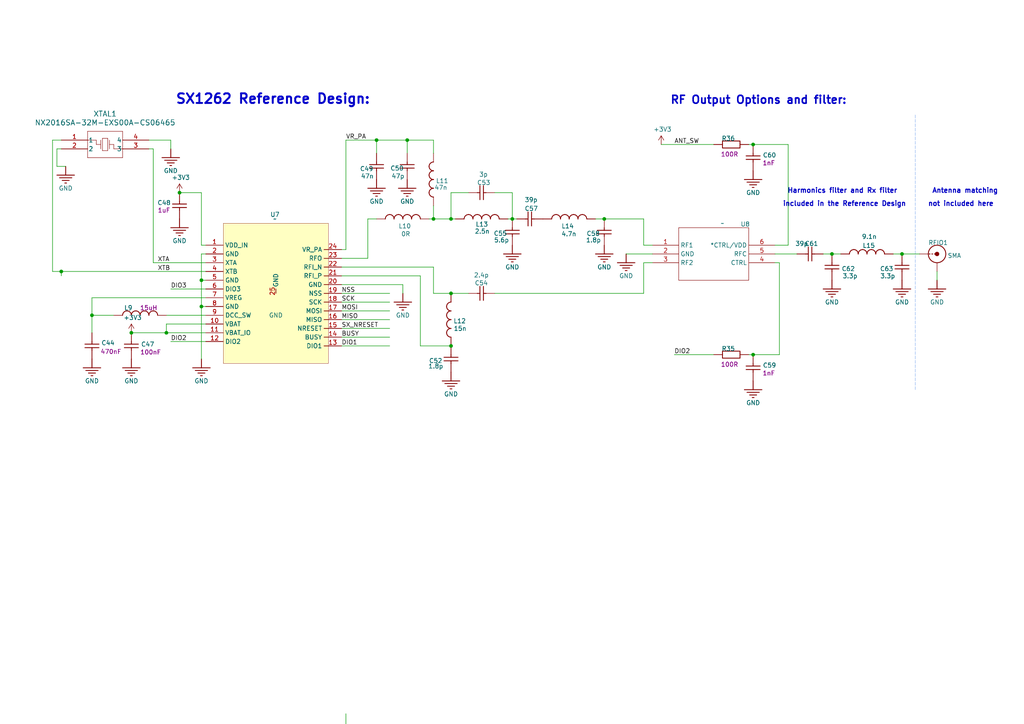
<source format=kicad_sch>
(kicad_sch (version 20231120) (generator "eeschema") (generator_version "8.0")
  (paper "A4")
  (lib_symbols
    (symbol "My_Library:NX2016SA-32M-EXS00A-CS06465" (pin_names (offset 0.254))
      (property "Reference" "XTAL" (at 12.7 7.62 0))
      (property "Value" "NX2016SA-32M-EXS00A-CS06465" (at 12.7 5.08 0))
      (symbol "NX2016SA-32M-EXS00A-CS06465_0_1"
        (polyline (pts (xy 7.62 -5.08) (xy 17.78 -5.08)) (stroke (width 0.127)))
        (polyline (pts (xy 7.62 2.54) (xy 7.62 -5.08)) (stroke (width 0.127)))
        (polyline (pts (xy 10.16 -1.27) (xy 10.16 0)) (stroke (width 0.127)))
        (polyline (pts (xy 10.16 0) (xy 7.62 0)) (stroke (width 0.127)))
        (polyline (pts (xy 11.43 -1.27) (xy 10.16 -1.27)) (stroke (width 0.127)))
        (polyline (pts (xy 11.43 0) (xy 11.43 -2.54)) (stroke (width 0.127)))
        (polyline (pts (xy 11.938 -3.048) (xy 13.462 -3.048)) (stroke (width 0.127)))
        (polyline (pts (xy 11.938 0.508) (xy 11.938 -3.048)) (stroke (width 0.127)))
        (polyline (pts (xy 13.462 -3.048) (xy 13.462 0.508)) (stroke (width 0.127)))
        (polyline (pts (xy 13.462 0.508) (xy 11.938 0.508)) (stroke (width 0.127)))
        (polyline (pts (xy 13.97 -1.27) (xy 15.24 -1.27)) (stroke (width 0.127)))
        (polyline (pts (xy 13.97 0) (xy 13.97 -2.54)) (stroke (width 0.127)))
        (polyline (pts (xy 15.24 -2.54) (xy 17.78 -2.54)) (stroke (width 0.127)))
        (polyline (pts (xy 15.24 -1.27) (xy 15.24 -2.54)) (stroke (width 0.127)))
        (polyline (pts (xy 17.78 -5.08) (xy 17.78 2.54)) (stroke (width 0.127)))
        (polyline (pts (xy 17.78 2.54) (xy 7.62 2.54)) (stroke (width 0.127)))
        (pin unspecified line (at 0 0 0) (length 7.62) (name "1") (number "1"))
        (pin unspecified line (at 0 -2.54 0) (length 7.62) (name "2") (number "2"))
        (pin unspecified line (at 25.4 -2.54 180) (length 7.62) (name "3") (number "3"))
        (pin unspecified line (at 25.4 0 180) (length 7.62) (name "4") (number "4"))
      )
    )
    (symbol "My_Library:PE4259_RF_SW"
      (property "Reference" "U8" (at 9.144 8.636 0))
      (property "Value" "~" (at 2.54 8.89 0))
      (symbol "PE4259_RF_SW_0_1"
        (polyline (pts (xy -10.16 -7.62) (xy 10.16 -7.62)) (stroke (width 0.127)))
        (polyline (pts (xy -10.16 7.62) (xy -10.16 -7.62)) (stroke (width 0.127)))
        (polyline (pts (xy 10.16 -7.62) (xy 10.16 7.62)) (stroke (width 0.127)))
        (polyline (pts (xy 10.16 7.62) (xy -10.16 7.62)) (stroke (width 0.127)))
        (pin bidirectional line (at -17.78 2.54 0) (length 7.62) (name "RF1") (number "1"))
        (pin power_out line (at -17.78 0 0) (length 7.62) (name "GND") (number "2"))
        (pin bidirectional line (at -17.78 -2.54 0) (length 7.62) (name "RF2") (number "3"))
        (pin unspecified line (at 17.78 -2.54 180) (length 7.62) (name "CTRL") (number "4"))
        (pin unspecified line (at 17.78 0 180) (length 7.62) (name "RFC") (number "5"))
        (pin power_in line (at 17.78 2.54 180) (length 7.62) (name "*CTRL/VDD") (number "6"))
      )
    )
    (symbol "My_Library:SX1262"
      (property "Reference" "U7" (at -0.254 22.86 0))
      (property "Value" "~" (at -0.254 21.59 0))
      (symbol "SX1262_1_0"
        (rectangle (start 15.24 20.32) (end -15.24 -20.32) (stroke (width 0.0254) (color 128 0 0 1)) (fill (type background)))
        (pin power_in line (at -20.32 13.97 0) (length 5.08) (name "VDD_IN") (number "1"))
        (pin power_in line (at -20.32 -8.89 0) (length 5.08) (name "VBAT") (number "10"))
        (pin power_in line (at -20.32 -11.43 0) (length 5.08) (name "VBAT_IO") (number "11"))
        (pin passive line (at -20.32 -13.97 0) (length 5.08) (name "DIO2") (number "12"))
        (pin passive line (at 19.05 -15.24 180) (length 5.08) (name "DIO1") (number "13"))
        (pin passive line (at 19.05 -12.7 180) (length 5.08) (name "BUSY") (number "14"))
        (pin passive line (at 19.05 -10.16 180) (length 5.08) (name "NRESET") (number "15"))
        (pin passive line (at 19.05 -7.62 180) (length 5.08) (name "MISO") (number "16"))
        (pin passive line (at 19.05 -5.08 180) (length 5.08) (name "MOSI") (number "17"))
        (pin passive line (at 19.05 -2.54 180) (length 5.08) (name "SCK") (number "18"))
        (pin passive line (at 19.05 0 180) (length 5.08) (name "NSS") (number "19"))
        (pin passive line (at -20.32 11.43 0) (length 5.08) (name "GND") (number "2"))
        (pin passive line (at 19.05 2.54 180) (length 5.08) (name "GND") (number "20"))
        (pin passive line (at 19.05 5.08 180) (length 5.08) (name "RFI_P") (number "21"))
        (pin passive line (at 19.05 7.62 180) (length 5.08) (name "RFI_N") (number "22"))
        (pin passive line (at 19.05 10.16 180) (length 5.08) (name "RFO") (number "23"))
        (pin power_in line (at 19.05 12.7 180) (length 5.08) (name "VR_PA") (number "24"))
        (pin passive line (at 0 0 90) (length 1.27) (name "GND") (number "25"))
        (pin passive line (at -20.32 8.89 0) (length 5.08) (name "XTA") (number "3"))
        (pin passive line (at -20.32 6.35 0) (length 5.08) (name "XTB") (number "4"))
        (pin passive line (at -20.32 3.81 0) (length 5.08) (name "GND") (number "5"))
        (pin passive line (at -20.32 1.27 0) (length 5.08) (name "DIO3") (number "6"))
        (pin power_in line (at -20.32 -1.27 0) (length 5.08) (name "VREG") (number "7"))
        (pin passive line (at -20.32 -3.81 0) (length 5.08) (name "GND") (number "8"))
        (pin power_in line (at -20.32 -6.35 0) (length 5.08) (name "DCC_SW") (number "9"))
      )
    )
    (symbol "power:+3V3" (power) (pin_names (offset 0))
      (property "Value" "+3V3" (at 0 3.556 0))
      (symbol "+3V3_0_1"
        (polyline (pts (xy -0.762 1.27) (xy 0 2.54)))
        (polyline (pts (xy 0 0) (xy 0 2.54)))
        (polyline (pts (xy 0 2.54) (xy 0.762 1.27)))
      )
      (symbol "+3V3_1_1"
        (pin power_in line (at 0 0 90) (length 0) hide (name "+3V3") (number "1"))
      )
    )
    (symbol "power:GND" (power) (pin_numbers hide) (pin_names (offset 0) hide)
      (property "Value" "GND" (at 0 -3.81 0))
      (symbol "GND_0_1"
        (polyline (pts (xy 0 0) (xy 0 -1.27) (xy 1.27 -1.27) (xy 0 -2.54) (xy -1.27 -1.27) (xy 0 -1.27)))
      )
      (symbol "GND_1_1"
        (pin power_in line (at 0 0 270) (length 0) (name "~") (number "1"))
      )
    )
    (symbol "reference-altium-import:GND_POWER_GROUND" (power)
      (property "Reference" "#PWR" (at 0 0 0))
      (property "Value" "GND" (at 0 6.35 0))
      (symbol "GND_POWER_GROUND_0_0"
        (polyline (pts (xy -2.54 -2.54) (xy 2.54 -2.54)) (stroke (width 0.254)))
        (polyline (pts (xy -1.778 -3.302) (xy 1.778 -3.302)) (stroke (width 0.254)))
        (polyline (pts (xy -1.016 -4.064) (xy 1.016 -4.064)) (stroke (width 0.254)))
        (polyline (pts (xy -0.254 -4.826) (xy 0.254 -4.826)) (stroke (width 0.254)))
        (polyline (pts (xy 0 0) (xy 0 -2.54)) (stroke (width 0.254)))
        (pin power_in line (at 0 0 0) (length 0) hide (name "GND") (number ""))
      )
    )
    (symbol "reference-altium-import:root_0_Inductor"
      (symbol "root_0_Inductor_1_0"
        (arc (start 3.81 1.27) (mid 2.912 0.898) (end 2.54 0) (stroke (width 0.254)))
        (arc (start 5.08 0) (mid 4.708 0.898) (end 3.81 1.27) (stroke (width 0.254)))
        (arc (start 6.35 1.27) (mid 5.452 0.898) (end 5.08 0) (stroke (width 0.254)))
        (arc (start 7.62 0) (mid 7.248 0.898) (end 6.35 1.27) (stroke (width 0.254)))
        (arc (start 8.89 1.27) (mid 7.992 0.898) (end 7.62 0) (stroke (width 0.254)))
        (arc (start 10.16 0) (mid 9.788 0.898) (end 8.89 1.27) (stroke (width 0.254)))
        (arc (start 11.43 1.27) (mid 10.532 0.898) (end 10.16 0) (stroke (width 0.254)))
        (arc (start 12.7 0) (mid 12.328 0.898) (end 11.43 1.27) (stroke (width 0.254)))
        (pin passive line (at 0 0 0) (length 2.54) (name "1") (number "1"))
        (pin passive line (at 15.24 0 180) (length 2.54) (name "2") (number "2"))
      )
    )
    (symbol "reference-altium-import:root_0_mirrored_Resistor"
      (symbol "root_0_mirrored_Resistor_1_0"
        (rectangle (start -2.54 1.016) (end -7.62 -1.016) (stroke (width 0.254)))
        (pin passive line (at 0 0 180) (length 2.54) (name "1") (number "1"))
        (pin passive line (at -10.16 0 0) (length 2.54) (name "2") (number "2"))
      )
    )
    (symbol "reference-altium-import:root_0_mirrored_SMA"
      (symbol "root_0_mirrored_SMA_1_0"
        (circle (center -2.54 -2.54) (radius 0.508) (stroke (width 0.254)) (fill (type outline)))
        (circle (center -2.54 -2.54) (radius 2.54) (stroke (width 0.254)))
        (polyline (pts (xy -4.826 -2.54) (xy -4.572 -2.54)) (stroke (width 0.254)))
        (polyline (pts (xy -3.81 -2.54) (xy -4.064 -2.54)) (stroke (width 0.254)))
        (polyline (pts (xy -3.048 -2.54) (xy -3.302 -2.54)) (stroke (width 0.254)))
        (pin passive line (at -7.62 -2.54 0) (length 2.54) (name "Signal") (number "1"))
        (pin passive line (at -2.54 -7.62 90) (length 2.54) (name "GND") (number "2"))
      )
    )
    (symbol "reference-altium-import:root_1_Cap"
      (symbol "root_1_Cap_1_0"
        (polyline (pts (xy -2.032 4.318) (xy 2.032 4.318)) (stroke (width 0.254)))
        (polyline (pts (xy 0 2.54) (xy 0 3.302)) (stroke (width 0.254)))
        (polyline (pts (xy 0 5.08) (xy 0 4.318)) (stroke (width 0.254)))
        (polyline (pts (xy 2.032 3.302) (xy -2.032 3.302)) (stroke (width 0.254)))
        (pin passive line (at 0 0 90) (length 2.54) (name "1") (number "1"))
        (pin passive line (at 0 7.62 270) (length 2.54) (name "2") (number "2"))
      )
    )
    (symbol "reference-altium-import:root_1_Inductor"
      (symbol "root_1_Inductor_1_0"
        (arc (start -1.27 3.81) (mid -0.898 2.912) (end 0 2.54) (stroke (width 0.254)))
        (arc (start -1.27 6.35) (mid -0.898 5.452) (end 0 5.08) (stroke (width 0.254)))
        (arc (start -1.27 8.89) (mid -0.898 7.992) (end 0 7.62) (stroke (width 0.254)))
        (arc (start -1.27 11.43) (mid -0.898 10.532) (end 0 10.16) (stroke (width 0.254)))
        (arc (start 0 5.08) (mid -0.898 4.708) (end -1.27 3.81) (stroke (width 0.254)))
        (arc (start 0 7.62) (mid -0.898 7.248) (end -1.27 6.35) (stroke (width 0.254)))
        (arc (start 0 10.16) (mid -0.898 9.788) (end -1.27 8.89) (stroke (width 0.254)))
        (arc (start 0 12.7) (mid -0.898 12.328) (end -1.27 11.43) (stroke (width 0.254)))
        (pin passive line (at 0 0 90) (length 2.54) (name "1") (number "1"))
        (pin passive line (at 0 15.24 270) (length 2.54) (name "2") (number "2"))
      )
    )
    (symbol "reference-altium-import:root_2_Cap"
      (symbol "root_2_Cap_1_0"
        (polyline (pts (xy -5.08 0) (xy -4.318 0)) (stroke (width 0.254)))
        (polyline (pts (xy -4.318 -2.032) (xy -4.318 2.032)) (stroke (width 0.254)))
        (polyline (pts (xy -3.302 2.032) (xy -3.302 -2.032)) (stroke (width 0.254)))
        (polyline (pts (xy -2.54 0) (xy -3.302 0)) (stroke (width 0.254)))
        (pin passive line (at 0 0 180) (length 2.54) (name "1") (number "1"))
        (pin passive line (at -7.62 0 0) (length 2.54) (name "2") (number "2"))
      )
    )
    (symbol "reference-altium-import:root_3_Cap"
      (symbol "root_3_Cap_1_0"
        (polyline (pts (xy -2.032 -3.302) (xy 2.032 -3.302)) (stroke (width 0.254)))
        (polyline (pts (xy 0 -5.08) (xy 0 -4.318)) (stroke (width 0.254)))
        (polyline (pts (xy 0 -2.54) (xy 0 -3.302)) (stroke (width 0.254)))
        (polyline (pts (xy 2.032 -4.318) (xy -2.032 -4.318)) (stroke (width 0.254)))
        (pin passive line (at 0 0 270) (length 2.54) (name "1") (number "1"))
        (pin passive line (at 0 -7.62 90) (length 2.54) (name "2") (number "2"))
      )
    )
  )
  (junction (at 48.26 96.52))
  (junction (at 175.26 63.5))
  (junction (at 109.22 40.64))
  (junction (at 241.3 73.66))
  (junction (at 148.59 63.5))
  (junction (at 58.42 81.28))
  (junction (at 17.78 78.74))
  (junction (at 261.62 73.66))
  (junction (at 130.81 85.09))
  (junction (at 58.42 88.9))
  (junction (at 118.11 40.64))
  (junction (at 125.73 63.5))
  (junction (at 52.07 55.88))
  (junction (at 130.81 100.33))
  (junction (at 26.67 91.44))
  (junction (at 218.44 41.91))
  (junction (at 38.1 96.52))
  (junction (at 130.81 63.5))
  (junction (at 218.44 102.87))
  (wire (pts (xy 266.7 73.66) (xy 261.62 73.66)))
  (wire (pts (xy 26.67 91.44) (xy 33.02 91.44)))
  (wire (pts (xy 100.33 72.39) (xy 100.33 40.64)))
  (wire (pts (xy 186.69 71.12) (xy 189.23 71.12)))
  (wire (pts (xy 59.69 93.98) (xy 48.26 93.98)))
  (wire (pts (xy 99.06 90.17) (xy 113.03 90.17)))
  (wire (pts (xy 261.62 73.66) (xy 259.08 73.66)))
  (wire (pts (xy 143.51 55.88) (xy 148.59 55.88)))
  (wire (pts (xy 106.68 74.93) (xy 106.68 63.5)))
  (wire (pts (xy 189.23 76.2) (xy 186.69 76.2)))
  (wire (pts (xy 148.59 55.88) (xy 148.59 63.5)))
  (wire (pts (xy 59.69 71.12) (xy 58.42 71.12)))
  (wire (pts (xy 125.73 77.47) (xy 125.73 85.09)))
  (wire (pts (xy 16.51 48.26) (xy 16.51 43.18)))
  (wire (pts (xy 26.67 96.52) (xy 26.67 91.44)))
  (wire (pts (xy 147.32 63.5) (xy 148.59 63.5)))
  (polyline (pts (xy 265.43 113.03) (xy 265.43 33.02)) (stroke (width 0.0254) (type dash) (color 74 134 232 1)))
  (wire (pts (xy 59.69 86.36) (xy 26.67 86.36)))
  (wire (pts (xy 15.24 40.64) (xy 15.24 78.74)))
  (wire (pts (xy 228.6 41.91) (xy 228.6 71.12)))
  (wire (pts (xy 58.42 88.9) (xy 58.42 81.28)))
  (wire (pts (xy 130.81 85.09) (xy 135.89 85.09)))
  (wire (pts (xy 48.26 96.52) (xy 38.1 96.52)))
  (wire (pts (xy 48.26 93.98) (xy 48.26 96.52)))
  (wire (pts (xy 59.69 88.9) (xy 58.42 88.9)))
  (wire (pts (xy 99.06 97.79) (xy 113.03 97.79)))
  (wire (pts (xy 218.44 41.91) (xy 217.17 41.91)))
  (wire (pts (xy 99.06 72.39) (xy 100.33 72.39)))
  (wire (pts (xy 224.79 73.66) (xy 231.14 73.66)))
  (wire (pts (xy 121.92 80.01) (xy 99.06 80.01)))
  (wire (pts (xy 44.45 43.18) (xy 44.45 76.2)))
  (wire (pts (xy 226.06 102.87) (xy 218.44 102.87)))
  (wire (pts (xy 58.42 73.66) (xy 59.69 73.66)))
  (wire (pts (xy 106.68 63.5) (xy 109.22 63.5)))
  (wire (pts (xy 99.06 100.33) (xy 113.03 100.33)))
  (wire (pts (xy 99.06 87.63) (xy 113.03 87.63)))
  (wire (pts (xy 118.11 40.64) (xy 125.73 40.64)))
  (wire (pts (xy 59.69 99.06) (xy 49.53 99.06)))
  (wire (pts (xy 48.26 96.52) (xy 59.69 96.52)))
  (wire (pts (xy 226.06 76.2) (xy 226.06 102.87)))
  (wire (pts (xy 43.18 43.18) (xy 44.45 43.18)))
  (wire (pts (xy 186.69 76.2) (xy 186.69 85.09)))
  (wire (pts (xy 121.92 100.33) (xy 121.92 80.01)))
  (wire (pts (xy 116.84 82.55) (xy 116.84 85.09)))
  (wire (pts (xy 130.81 100.33) (xy 121.92 100.33)))
  (wire (pts (xy 16.51 43.18) (xy 17.78 43.18)))
  (wire (pts (xy 181.61 73.66) (xy 189.23 73.66)))
  (wire (pts (xy 143.51 85.09) (xy 186.69 85.09)))
  (wire (pts (xy 195.58 102.87) (xy 207.01 102.87)))
  (wire (pts (xy 130.81 63.5) (xy 130.81 55.88)))
  (wire (pts (xy 15.24 40.64) (xy 17.78 40.64)))
  (wire (pts (xy 118.11 44.45) (xy 118.11 40.64)))
  (wire (pts (xy 49.53 40.64) (xy 49.53 43.18)))
  (wire (pts (xy 58.42 55.88) (xy 52.07 55.88)))
  (wire (pts (xy 125.73 40.64) (xy 125.73 44.45)))
  (wire (pts (xy 175.26 63.5) (xy 172.72 63.5)))
  (wire (pts (xy 44.45 76.2) (xy 59.69 76.2)))
  (wire (pts (xy 49.53 40.64) (xy 43.18 40.64)))
  (wire (pts (xy 125.73 59.69) (xy 125.73 63.5)))
  (wire (pts (xy 58.42 81.28) (xy 59.69 81.28)))
  (wire (pts (xy 130.81 63.5) (xy 132.08 63.5)))
  (wire (pts (xy 226.06 76.2) (xy 224.79 76.2)))
  (wire (pts (xy 241.3 73.66) (xy 243.84 73.66)))
  (wire (pts (xy 58.42 71.12) (xy 58.42 55.88)))
  (wire (pts (xy 59.69 83.82) (xy 49.53 83.82)))
  (wire (pts (xy 228.6 41.91) (xy 218.44 41.91)))
  (wire (pts (xy 99.06 82.55) (xy 116.84 82.55)))
  (wire (pts (xy 125.73 63.5) (xy 124.46 63.5)))
  (wire (pts (xy 186.69 63.5) (xy 175.26 63.5)))
  (wire (pts (xy 191.77 41.91) (xy 207.01 41.91)))
  (wire (pts (xy 100.33 40.64) (xy 109.22 40.64)))
  (wire (pts (xy 19.05 48.26) (xy 16.51 48.26)))
  (wire (pts (xy 59.69 91.44) (xy 48.26 91.44)))
  (wire (pts (xy 17.78 80.01) (xy 17.78 78.74)))
  (wire (pts (xy 17.78 78.74) (xy 59.69 78.74)))
  (wire (pts (xy 100.33 207.01) (xy 100.33 212.09)))
  (wire (pts (xy 99.06 92.71) (xy 113.03 92.71)))
  (wire (pts (xy 238.76 73.66) (xy 241.3 73.66)))
  (wire (pts (xy 99.06 95.25) (xy 113.03 95.25)))
  (wire (pts (xy 99.06 77.47) (xy 125.73 77.47)))
  (wire (pts (xy 130.81 55.88) (xy 135.89 55.88)))
  (wire (pts (xy 99.06 85.09) (xy 113.03 85.09)))
  (wire (pts (xy 125.73 85.09) (xy 130.81 85.09)))
  (wire (pts (xy 186.69 63.5) (xy 186.69 71.12)))
  (wire (pts (xy 109.22 44.45) (xy 109.22 40.64)))
  (wire (pts (xy 26.67 86.36) (xy 26.67 91.44)))
  (wire (pts (xy 58.42 88.9) (xy 58.42 104.14)))
  (wire (pts (xy 218.44 102.87) (xy 217.17 102.87)))
  (wire (pts (xy 148.59 63.5) (xy 149.86 63.5)))
  (wire (pts (xy 15.24 78.74) (xy 17.78 78.74)))
  (wire (pts (xy 99.06 74.93) (xy 106.68 74.93)))
  (wire (pts (xy 125.73 63.5) (xy 130.81 63.5)))
  (wire (pts (xy 224.79 71.12) (xy 228.6 71.12)))
  (wire (pts (xy 271.78 81.28) (xy 271.78 78.74)))
  (wire (pts (xy 58.42 81.28) (xy 58.42 73.66)))
  (wire (pts (xy 109.22 40.64) (xy 118.11 40.64)))
  (text "RF Output Options and filter:" (at 194.31 30.48 0) (effects (font (size 2.286 2.286) (thickness 0.4572) (bold yes)) (justify left bottom)))
  (text "not included here" (at 288.29 58.42 0) (effects (font (size 1.397 1.397) (thickness 0.2794) (bold yes)) (justify right top)))
  (text "Antenna matching" (at 289.56 54.61 0) (effects (font (size 1.397 1.397) (thickness 0.2794) (bold yes)) (justify right top)))
  (text "Harmonics filter and Rx filter" (at 260.35 54.61 0) (effects (font (size 1.397 1.397) (thickness 0.2794) (bold yes)) (justify right top)))
  (text "included in the Reference Design" (at 262.89 58.42 0) (effects (font (size 1.397 1.397) (thickness 0.2794) (bold yes)) (justify right top)))
  (text "SX1262 Reference Design:" (at 50.8 30.48 0) (effects (font (size 2.794 2.794) (thickness 0.5588) (bold yes)) (justify left bottom)))
  (label "NSS" (at 99.06 85.09 0))
  (label "DIO2" (at 195.58 102.87 0))
  (label "VR_PA" (at 100.33 40.64 0))
  (label "DIO2" (at 49.53 99.06 0))
  (label "ANT_SW" (at 195.58 41.91 0))
  (label "MOSI" (at 99.06 90.17 0))
  (label "DIO1" (at 99.06 100.33 0))
  (label "SX_NRESET" (at 99.06 95.25 0))
  (label "XTA" (at 45.72 76.2 0))
  (label "SCK" (at 99.06 87.63 0))
  (label "MISO" (at 99.06 92.71 0))
  (label "DIO3" (at 49.53 83.82 0))
  (label "XTB" (at 45.72 78.74 0))
  (label "BUSY" (at 99.06 97.79 0))
  (symbol (lib_id "power:+3V3") (at 38.1 96.52 0) (unit 1)
    (property "Reference" "#PWR078" (effects (hide yes)))
    (property "Value" "+3V3" (at 38.481 92.1258 0))
  )
  (symbol (lib_id "reference-altium-import:GND_POWER_GROUND") (at 49.53 43.18 0) (unit 1)
    (property "Reference" "#PWR080" (effects (hide yes)))
    (property "Value" "GND" (at 49.53 49.53 0))
  )
  (symbol (lib_id "reference-altium-import:GND_POWER_GROUND") (at 19.05 48.26 0) (unit 1)
    (property "Reference" "#PWR068" (effects (hide yes)))
    (property "Value" "GND" (at 19.05 54.61 0))
  )
  (symbol (lib_id "reference-altium-import:root_0_mirrored_Resistor") (at 217.17 41.91 0) (unit 1)
    (property "Reference" "R36" (at 209.296 40.894 0) (effects (justify left bottom)))
    (property "Value" "Resistor" (effects (hide yes)))
    (property "Footprint" "rlc_402_smd" (effects (hide yes)))
    (property "Description" "Resistor SMD - IEC symbol version" (effects (hide yes)))
    (property "LATESTREVISIONDATE" "27-Jul-20  -  Semtech" (effects (hide yes)))
    (property "ALTIUM_VALUE" "100R" (at 209.042 45.466 0) (effects (justify left bottom)))
  )
  (symbol (lib_id "reference-altium-import:GND_POWER_GROUND") (at 241.3 81.28 0) (unit 1)
    (property "Reference" "#PWR098" (effects (hide yes)))
    (property "Value" "GND" (at 241.3 87.63 0))
  )
  (symbol (lib_id "reference-altium-import:root_1_Cap") (at 52.07 63.5 0) (unit 1)
    (property "Reference" "C48" (at 45.644 59.536 0) (effects (justify left bottom)))
    (property "Value" "1u" (effects (hide yes)))
    (property "Footprint" "rlc_402_smd" (effects (hide yes)))
    (property "Description" "Capacitor SMD" (effects (hide yes)))
    (property "PUBLISHED" "8-Jun-2000" (effects (hide yes)))
    (property "LATESTREVISIONDATE" "05-oct-2007  -  Semtech" (effects (hide yes)))
    (property "LATESTREVISIONNOTE" "Re-released for DXP Platform." (effects (hide yes)))
    (property "PUBLISHER" "Altium Limited" (effects (hide yes)))
    (property "ALTIUM_VALUE" "1uF" (at 45.72 61.722 0) (effects (justify left bottom)))
  )
  (symbol (lib_id "reference-altium-import:root_1_Cap") (at 148.59 71.12 0) (unit 1)
    (property "Reference" "C55" (at 143.18 68.426 0) (effects (justify left bottom)))
    (property "Value" "5.6p" (at 143.256 70.358 0) (effects (justify left bottom)))
    (property "Footprint" "rlc_402_smd" (effects (hide yes)))
    (property "Description" "Capacitor SMD" (effects (hide yes)))
    (property "PUBLISHED" "8-Jun-2000" (effects (hide yes)))
    (property "LATESTREVISIONDATE" "05-oct-2007  -  Semtech" (effects (hide yes)))
    (property "LATESTREVISIONNOTE" "Re-released for DXP Platform." (effects (hide yes)))
    (property "PUBLISHER" "Altium Limited" (effects (hide yes)))
    (property "ALTIUM_VALUE" "NC" (effects (hide yes)))
  )
  (symbol (lib_id "reference-altium-import:root_1_Cap") (at 175.26 71.12 0) (unit 1)
    (property "Reference" "C58" (at 170.104 68.46 0) (effects (justify left bottom)))
    (property "Value" "1.8p" (at 169.926 70.358 0) (effects (justify left bottom)))
    (property "Footprint" "rlc_402_smd" (effects (hide yes)))
    (property "Description" "Capacitor SMD" (effects (hide yes)))
    (property "PUBLISHED" "8-Jun-2000" (effects (hide yes)))
    (property "LATESTREVISIONDATE" "05-oct-2007  -  Semtech" (effects (hide yes)))
    (property "LATESTREVISIONNOTE" "Re-released for DXP Platform." (effects (hide yes)))
    (property "PUBLISHER" "Altium Limited" (effects (hide yes)))
    (property "ALTIUM_VALUE" "NC" (effects (hide yes)))
  )
  (symbol (lib_id "My_Library:NX2016SA-32M-EXS00A-CS06465") (at 17.78 40.64 0) (unit 1)
    (property "Reference" "XTAL1" (at 30.48 33.02 0) (effects (font (size 1.524 1.524))))
    (property "Value" "NX2016SA-32M-EXS00A-CS06465" (at 30.48 35.56 0) (effects (font (size 1.524 1.524))))
    (property "Footprint" "NX2016SA_NDK" (effects (hide yes)))
    (property "Datasheet" "NX2016SA-32M-EXS00A-CS06465" (effects (hide yes)))
  )
  (symbol (lib_id "reference-altium-import:GND_POWER_GROUND") (at 58.42 104.14 0) (unit 1)
    (property "Reference" "#PWR085" (effects (hide yes)))
    (property "Value" "GND" (at 58.42 110.49 0))
  )
  (symbol (lib_id "reference-altium-import:root_1_Cap") (at 38.1 104.14 0) (unit 1)
    (property "Reference" "C47" (at 40.894 100.584 0) (effects (justify left bottom)))
    (property "Value" "100n" (effects (hide yes)))
    (property "Footprint" "rlc_402_smd" (effects (hide yes)))
    (property "Description" "Capacitor SMD" (effects (hide yes)))
    (property "PUBLISHED" "8-Jun-2000" (effects (hide yes)))
    (property "LATESTREVISIONDATE" "05-oct-2007  -  Semtech" (effects (hide yes)))
    (property "LATESTREVISIONNOTE" "Re-released for DXP Platform." (effects (hide yes)))
    (property "PUBLISHER" "Altium Limited" (effects (hide yes)))
    (property "ALTIUM_VALUE" "100nF" (at 40.64 102.87 0) (effects (justify left bottom)))
  )
  (symbol (lib_id "My_Library:SX1262") (at 80.01 85.09 0) (unit 1)
    (property "Reference" "U7" (at 79.756 62.23 0))
    (property "Value" "~" (at 79.756 63.5 0))
  )
  (symbol (lib_id "reference-altium-import:GND_POWER_GROUND") (at 26.67 104.14 0) (unit 1)
    (property "Reference" "#PWR079" (effects (hide yes)))
    (property "Value" "GND" (at 26.67 110.49 0))
  )
  (symbol (lib_id "reference-altium-import:root_0_Inductor") (at 157.48 63.5 0) (unit 1)
    (property "Reference" "L14" (at 162.814 66.294 0) (effects (justify left bottom)))
    (property "Value" "4.7n" (at 162.814 68.58 0) (effects (justify left bottom)))
    (property "Footprint" "rlc_402_smd" (effects (hide yes)))
    (property "Description" "Inductor SMD" (effects (hide yes)))
    (property "PUBLISHED" "8-Jun-2000" (effects (hide yes)))
    (property "LATESTREVISIONDATE" "05-oct-2007  -  Semtech" (effects (hide yes)))
    (property "LATESTREVISIONNOTE" "Re-released for DXP Platform." (effects (hide yes)))
    (property "PUBLISHER" "Altium Limited" (effects (hide yes)))
    (property "CODE_JEITA" "0402" (effects (hide yes)))
    (property "CODE_IEC" "1005" (effects (hide yes)))
    (property "ALTIUM_VALUE" "0R" (effects (hide yes)))
  )
  (symbol (lib_id "reference-altium-import:root_1_Cap") (at 261.62 81.28 0) (unit 1)
    (property "Reference" "C63" (at 255.224 78.684 0) (effects (justify left bottom)))
    (property "Value" "3.3p" (at 255.27 80.772 0) (effects (justify left bottom)))
    (property "Footprint" "rlc_402_smd" (effects (hide yes)))
    (property "Description" "Capacitor SMD" (effects (hide yes)))
    (property "PUBLISHED" "8-Jun-2000" (effects (hide yes)))
    (property "LATESTREVISIONDATE" "05-oct-2007  -  Semtech" (effects (hide yes)))
    (property "LATESTREVISIONNOTE" "Re-released for DXP Platform." (effects (hide yes)))
    (property "PUBLISHER" "Altium Limited" (effects (hide yes)))
    (property "ALTIUM_VALUE" "NC" (effects (hide yes)))
  )
  (symbol (lib_id "reference-altium-import:root_2_Cap") (at 238.76 73.66 0) (unit 1)
    (property "Reference" "C61" (at 233.426 71.374 0) (effects (justify left bottom)))
    (property "Value" "39p" (at 230.632 71.374 0) (effects (justify left bottom)))
    (property "Footprint" "rlc_402_smd" (effects (hide yes)))
    (property "Description" "Capacitor SMD" (effects (hide yes)))
    (property "PUBLISHED" "8-Jun-2000" (effects (hide yes)))
    (property "LATESTREVISIONDATE" "05-oct-2007  -  Semtech" (effects (hide yes)))
    (property "LATESTREVISIONNOTE" "Re-released for DXP Platform." (effects (hide yes)))
    (property "PUBLISHER" "Altium Limited" (effects (hide yes)))
    (property "ALTIUM_VALUE" "NC" (effects (hide yes)))
  )
  (symbol (lib_id "reference-altium-import:root_0_mirrored_SMA") (at 274.32 71.12 0) (unit 1)
    (property "Reference" "RFIO1" (at 269.24 71.12 0) (effects (justify left bottom)))
    (property "Value" "SMA" (at 274.828 74.874 0) (effects (justify left bottom)))
    (property "Footprint" "SMA_end_launch_1.0mm_9.52mm" (effects (hide yes)))
    (property "Description" "SMA Straight Connector" (effects (hide yes)))
    (property "LATESTREVISIONDATE" "05-oct-2007  -  Semtech" (effects (hide yes)))
    (property "LATESTREVISIONNOTE" "Re-released for DXP Platform." (effects (hide yes)))
    (property "PUBLISHER" "Altium Limited" (effects (hide yes)))
  )
  (symbol (lib_id "reference-altium-import:root_1_Cap") (at 26.67 104.14 0) (unit 1)
    (property "Reference" "C44" (at 29.388 100.176 0) (effects (justify left bottom)))
    (property "Value" "470n" (effects (hide yes)))
    (property "Footprint" "rlc_402_smd" (effects (hide yes)))
    (property "Description" "Capacitor SMD" (effects (hide yes)))
    (property "PUBLISHED" "8-Jun-2000" (effects (hide yes)))
    (property "LATESTREVISIONDATE" "05-oct-2007  -  Semtech" (effects (hide yes)))
    (property "LATESTREVISIONNOTE" "Re-released for DXP Platform." (effects (hide yes)))
    (property "PUBLISHER" "Altium Limited" (effects (hide yes)))
    (property "ALTIUM_VALUE" "470nF" (at 29.134 102.716 0) (effects (justify left bottom)))
  )
  (symbol (lib_id "reference-altium-import:root_1_Inductor") (at 130.81 100.33 0) (unit 1)
    (property "Reference" "L12" (at 131.496 93.826 0) (effects (justify left bottom)))
    (property "Value" "15n" (at 131.572 96.012 0) (effects (justify left bottom)))
    (property "Footprint" "rlc_402_smd" (effects (hide yes)))
    (property "Description" "Inductor SMD" (effects (hide yes)))
    (property "PUBLISHED" "8-Jun-2000" (effects (hide yes)))
    (property "LATESTREVISIONDATE" "05-oct-2007  -  Semtech" (effects (hide yes)))
    (property "LATESTREVISIONNOTE" "Re-released for DXP Platform." (effects (hide yes)))
    (property "PUBLISHER" "Altium Limited" (effects (hide yes)))
    (property "CODE_JEITA" "0402" (effects (hide yes)))
    (property "CODE_IEC" "1005" (effects (hide yes)))
    (property "ALTIUM_VALUE" "0R" (effects (hide yes)))
  )
  (symbol (lib_id "reference-altium-import:GND_POWER_GROUND") (at 218.44 110.49 0) (unit 1)
    (property "Reference" "#PWR096" (effects (hide yes)))
    (property "Value" "GND" (at 218.44 116.84 0))
  )
  (symbol (lib_id "reference-altium-import:root_2_Cap") (at 143.51 55.88 0) (unit 1)
    (property "Reference" "C53" (at 138.354 53.694 0) (effects (justify left bottom)))
    (property "Value" "3p" (at 138.938 51.308 0) (effects (justify left bottom)))
    (property "Footprint" "rlc_402_smd" (effects (hide yes)))
    (property "Description" "Capacitor SMD" (effects (hide yes)))
    (property "PUBLISHED" "8-Jun-2000" (effects (hide yes)))
    (property "LATESTREVISIONDATE" "05-oct-2007  -  Semtech" (effects (hide yes)))
    (property "LATESTREVISIONNOTE" "Re-released for DXP Platform." (effects (hide yes)))
    (property "PUBLISHER" "Altium Limited" (effects (hide yes)))
    (property "ALTIUM_VALUE" "NC" (effects (hide yes)))
  )
  (symbol (lib_id "power:+3V3") (at 52.07 55.88 0) (unit 1)
    (property "Reference" "#PWR067" (effects (hide yes)))
    (property "Value" "+3V3" (at 52.451 51.4858 0))
  )
  (symbol (lib_id "reference-altium-import:root_1_Cap") (at 109.22 52.07 0) (unit 1)
    (property "Reference" "C49" (at 104.394 49.676 0) (effects (justify left bottom)))
    (property "Value" "47n" (at 104.648 51.816 0) (effects (justify left bottom)))
    (property "Footprint" "rlc_402_smd" (effects (hide yes)))
    (property "Description" "Capacitor SMD" (effects (hide yes)))
    (property "PUBLISHED" "8-Jun-2000" (effects (hide yes)))
    (property "LATESTREVISIONDATE" "05-oct-2007  -  Semtech" (effects (hide yes)))
    (property "LATESTREVISIONNOTE" "Re-released for DXP Platform." (effects (hide yes)))
    (property "PUBLISHER" "Altium Limited" (effects (hide yes)))
    (property "ALTIUM_VALUE" "NC" (effects (hide yes)))
  )
  (symbol (lib_id "reference-altium-import:GND_POWER_GROUND") (at 148.59 71.12 0) (unit 1)
    (property "Reference" "#PWR092" (effects (hide yes)))
    (property "Value" "GND" (at 148.59 77.47 0))
  )
  (symbol (lib_id "reference-altium-import:root_3_Cap") (at 218.44 102.87 0) (unit 1)
    (property "Reference" "C59" (at 221.234 106.68 0) (effects (justify left bottom)))
    (property "Value" "1n" (effects (hide yes)))
    (property "Footprint" "rlc_402_smd" (effects (hide yes)))
    (property "Description" "Capacitor SMD" (effects (hide yes)))
    (property "PUBLISHED" "8-Jun-2000" (effects (hide yes)))
    (property "LATESTREVISIONDATE" "05-oct-2007  -  Semtech" (effects (hide yes)))
    (property "LATESTREVISIONNOTE" "Re-released for DXP Platform." (effects (hide yes)))
    (property "PUBLISHER" "Altium Limited" (effects (hide yes)))
    (property "ALTIUM_VALUE" "1nF" (at 221.14 108.952 0) (effects (justify left bottom)))
  )
  (symbol (lib_id "reference-altium-import:GND_POWER_GROUND") (at 175.26 71.12 0) (unit 1)
    (property "Reference" "#PWR094" (effects (hide yes)))
    (property "Value" "GND" (at 175.26 77.47 0))
  )
  (symbol (lib_id "reference-altium-import:root_0_mirrored_Resistor") (at 217.17 102.87 0) (unit 1)
    (property "Reference" "R35" (at 209.296 101.854 0) (effects (justify left bottom)))
    (property "Value" "100" (effects (hide yes)))
    (property "Footprint" "rlc_402_smd" (effects (hide yes)))
    (property "Description" "Resistor SMD - IEC symbol version" (effects (hide yes)))
    (property "LATESTREVISIONDATE" "27-Jul-20  -  Semtech" (effects (hide yes)))
    (property "ALTIUM_VALUE" "100R" (at 209.042 106.426 0) (effects (justify left bottom)))
  )
  (symbol (lib_id "reference-altium-import:root_1_Cap") (at 130.81 107.95 0) (unit 1)
    (property "Reference" "C52" (at 124.414 105.354 0) (effects (justify left bottom)))
    (property "Value" "1.8p" (at 124.206 106.934 0) (effects (justify left bottom)))
    (property "Footprint" "rlc_402_smd" (effects (hide yes)))
    (property "Description" "Capacitor SMD" (effects (hide yes)))
    (property "PUBLISHED" "8-Jun-2000" (effects (hide yes)))
    (property "LATESTREVISIONDATE" "05-oct-2007  -  Semtech" (effects (hide yes)))
    (property "LATESTREVISIONNOTE" "Re-released for DXP Platform." (effects (hide yes)))
    (property "PUBLISHER" "Altium Limited" (effects (hide yes)))
    (property "ALTIUM_VALUE" "NC" (effects (hide yes)))
  )
  (symbol (lib_id "power:GND") (at 100.33 212.09 0) (unit 1)
    (property "Reference" "#PWR066" (effects (hide yes)))
    (property "Value" "GND" (at 100.33 217.17 0))
    (property "Description" "Power symbol creates a global label with name \"GND\" , ground" (effects (hide yes)))
  )
  (symbol (lib_id "reference-altium-import:GND_POWER_GROUND") (at 118.11 52.07 0) (unit 1)
    (property "Reference" "#PWR089" (effects (hide yes)))
    (property "Value" "GND" (at 118.11 58.42 0))
  )
  (symbol (lib_id "reference-altium-import:root_2_Cap") (at 157.48 63.5 0) (unit 1)
    (property "Reference" "C57" (at 152.146 61.214 0) (effects (justify left bottom)))
    (property "Value" "39p" (at 152.146 58.674 0) (effects (justify left bottom)))
    (property "Footprint" "rlc_402_smd" (effects (hide yes)))
    (property "Description" "Capacitor SMD" (effects (hide yes)))
    (property "PUBLISHED" "8-Jun-2000" (effects (hide yes)))
    (property "LATESTREVISIONDATE" "05-oct-2007  -  Semtech" (effects (hide yes)))
    (property "LATESTREVISIONNOTE" "Re-released for DXP Platform." (effects (hide yes)))
    (property "PUBLISHER" "Altium Limited" (effects (hide yes)))
    (property "ALTIUM_VALUE" "NC" (effects (hide yes)))
  )
  (symbol (lib_id "reference-altium-import:root_1_Cap") (at 241.3 81.28 0) (unit 1)
    (property "Reference" "C62" (at 244.094 78.684 0) (effects (justify left bottom)))
    (property "Value" "3.3p" (at 244.348 80.772 0) (effects (justify left bottom)))
    (property "Footprint" "rlc_402_smd" (effects (hide yes)))
    (property "Description" "Capacitor SMD" (effects (hide yes)))
    (property "PUBLISHED" "8-Jun-2000" (effects (hide yes)))
    (property "LATESTREVISIONDATE" "05-oct-2007  -  Semtech" (effects (hide yes)))
    (property "LATESTREVISIONNOTE" "Re-released for DXP Platform." (effects (hide yes)))
    (property "PUBLISHER" "Altium Limited" (effects (hide yes)))
    (property "ALTIUM_VALUE" "NC" (effects (hide yes)))
  )
  (symbol (lib_id "reference-altium-import:GND_POWER_GROUND") (at 271.78 81.28 0) (unit 1)
    (property "Reference" "#PWR0100" (effects (hide yes)))
    (property "Value" "GND" (at 271.78 87.63 0))
  )
  (symbol (lib_id "reference-altium-import:root_0_Inductor") (at 243.84 73.66 0) (unit 1)
    (property "Reference" "L15" (at 250.16 71.95 0) (effects (justify left bottom)))
    (property "Value" "9.1n" (at 249.936 69.342 0) (effects (justify left bottom)))
    (property "Footprint" "rlc_402_smd" (effects (hide yes)))
    (property "Description" "Inductor SMD" (effects (hide yes)))
    (property "PUBLISHED" "8-Jun-2000" (effects (hide yes)))
    (property "LATESTREVISIONDATE" "05-oct-2007  -  Semtech" (effects (hide yes)))
    (property "LATESTREVISIONNOTE" "Re-released for DXP Platform." (effects (hide yes)))
    (property "PUBLISHER" "Altium Limited" (effects (hide yes)))
    (property "CODE_JEITA" "0402" (effects (hide yes)))
    (property "CODE_IEC" "1005" (effects (hide yes)))
    (property "ALTIUM_VALUE" "0R" (effects (hide yes)))
  )
  (symbol (lib_id "reference-altium-import:GND_POWER_GROUND") (at 218.44 49.53 0) (unit 1)
    (property "Reference" "#PWR097" (effects (hide yes)))
    (property "Value" "GND" (at 218.44 55.88 0))
  )
  (symbol (lib_id "reference-altium-import:GND_POWER_GROUND") (at 38.1 104.14 0) (unit 1)
    (property "Reference" "#PWR082" (effects (hide yes)))
    (property "Value" "GND" (at 38.1 110.49 0))
  )
  (symbol (lib_id "My_Library:PE4259_RF_SW") (at 207.01 73.66 0) (unit 1)
    (property "Reference" "U8" (at 216.154 65.024 0))
    (property "Value" "~" (at 209.55 64.77 0))
  )
  (symbol (lib_id "reference-altium-import:root_0_Inductor") (at 33.02 91.44 0) (unit 1)
    (property "Reference" "L9" (at 35.992 90.016 0) (effects (justify left bottom)))
    (property "Value" "15u" (effects (hide yes)))
    (property "Footprint" "rlc_805_smd enlarged" (effects (hide yes)))
    (property "Description" "Inductor SMD" (effects (hide yes)))
    (property "PUBLISHED" "8-Jun-2000" (effects (hide yes)))
    (property "LATESTREVISIONDATE" "05-oct-2007  -  Semtech" (effects (hide yes)))
    (property "LATESTREVISIONNOTE" "Re-released for DXP Platform." (effects (hide yes)))
    (property "PUBLISHER" "Altium Limited" (effects (hide yes)))
    (property "CODE_JEITA" "0402" (effects (hide yes)))
    (property "CODE_IEC" "1005" (effects (hide yes)))
    (property "ALTIUM_VALUE" "15uH" (at 40.564 90.016 0) (effects (justify left bottom)))
  )
  (symbol (lib_id "reference-altium-import:GND_POWER_GROUND") (at 52.07 63.5 0) (unit 1)
    (property "Reference" "#PWR084" (effects (hide yes)))
    (property "Value" "GND" (at 52.07 69.85 0))
  )
  (symbol (lib_id "reference-altium-import:GND_POWER_GROUND") (at 80.01 85.09 0) (unit 1)
    (property "Reference" "#PWR086" (effects (hide yes)))
    (property "Value" "GND" (at 80.01 91.44 0))
  )
  (symbol (lib_id "reference-altium-import:root_0_Inductor") (at 132.08 63.5 0) (unit 1)
    (property "Reference" "L13" (at 137.922 65.786 0) (effects (justify left bottom)))
    (property "Value" "2.5n" (at 137.668 67.818 0) (effects (justify left bottom)))
    (property "Footprint" "rlc_402_smd" (effects (hide yes)))
    (property "Description" "Inductor SMD" (effects (hide yes)))
    (property "PUBLISHED" "8-Jun-2000" (effects (hide yes)))
    (property "LATESTREVISIONDATE" "05-oct-2007  -  Semtech" (effects (hide yes)))
    (property "LATESTREVISIONNOTE" "Re-released for DXP Platform." (effects (hide yes)))
    (property "PUBLISHER" "Altium Limited" (effects (hide yes)))
    (property "CODE_JEITA" "0402" (effects (hide yes)))
    (property "CODE_IEC" "1005" (effects (hide yes)))
    (property "ALTIUM_VALUE" "0R" (effects (hide yes)))
  )
  (symbol (lib_id "power:+3V3") (at 191.77 41.91 0) (unit 1)
    (property "Reference" "#PWR069" (effects (hide yes)))
    (property "Value" "+3V3" (at 192.151 37.5158 0))
  )
  (symbol (lib_id "reference-altium-import:GND_POWER_GROUND") (at 109.22 52.07 0) (unit 1)
    (property "Reference" "#PWR087" (effects (hide yes)))
    (property "Value" "GND" (at 109.22 58.42 0))
  )
  (symbol (lib_id "reference-altium-import:GND_POWER_GROUND") (at 261.62 81.28 0) (unit 1)
    (property "Reference" "#PWR099" (effects (hide yes)))
    (property "Value" "GND" (at 261.62 87.63 0))
  )
  (symbol (lib_id "reference-altium-import:GND_POWER_GROUND") (at 130.81 107.95 0) (unit 1)
    (property "Reference" "#PWR091" (effects (hide yes)))
    (property "Value" "GND" (at 130.81 114.3 0))
  )
  (symbol (lib_id "reference-altium-import:root_3_Cap") (at 218.44 41.91 0) (unit 1)
    (property "Reference" "C60" (at 221.234 45.72 0) (effects (justify left bottom)))
    (property "Value" "Cap" (effects (hide yes)))
    (property "Footprint" "rlc_402_smd" (effects (hide yes)))
    (property "Description" "Capacitor SMD" (effects (hide yes)))
    (property "PUBLISHED" "8-Jun-2000" (effects (hide yes)))
    (property "LATESTREVISIONDATE" "05-oct-2007  -  Semtech" (effects (hide yes)))
    (property "LATESTREVISIONNOTE" "Re-released for DXP Platform." (effects (hide yes)))
    (property "PUBLISHER" "Altium Limited" (effects (hide yes)))
    (property "ALTIUM_VALUE" "1nF" (at 221.14 47.992 0) (effects (justify left bottom)))
  )
  (symbol (lib_id "reference-altium-import:root_1_Cap") (at 118.11 52.07 0) (unit 1)
    (property "Reference" "C50" (at 113.208 49.53 0) (effects (justify left bottom)))
    (property "Value" "47p" (at 113.538 51.816 0) (effects (justify left bottom)))
    (property "Footprint" "rlc_402_smd" (effects (hide yes)))
    (property "Description" "Capacitor SMD" (effects (hide yes)))
    (property "PUBLISHED" "8-Jun-2000" (effects (hide yes)))
    (property "LATESTREVISIONDATE" "05-oct-2007  -  Semtech" (effects (hide yes)))
    (property "LATESTREVISIONNOTE" "Re-released for DXP Platform." (effects (hide yes)))
    (property "PUBLISHER" "Altium Limited" (effects (hide yes)))
    (property "ALTIUM_VALUE" "NC" (effects (hide yes)))
  )
  (symbol (lib_id "reference-altium-import:GND_POWER_GROUND") (at 181.61 73.66 0) (unit 1)
    (property "Reference" "#PWR095" (effects (hide yes)))
    (property "Value" "GND" (at 181.61 80.01 0))
  )
  (symbol (lib_id "reference-altium-import:root_2_Cap") (at 143.51 85.09 0) (unit 1)
    (property "Reference" "C54" (at 137.668 82.804 0) (effects (justify left bottom)))
    (property "Value" "2.4p" (at 137.414 80.518 0) (effects (justify left bottom)))
    (property "Footprint" "rlc_402_smd" (effects (hide yes)))
    (property "Description" "Capacitor SMD" (effects (hide yes)))
    (property "PUBLISHED" "8-Jun-2000" (effects (hide yes)))
    (property "LATESTREVISIONDATE" "05-oct-2007  -  Semtech" (effects (hide yes)))
    (property "LATESTREVISIONNOTE" "Re-released for DXP Platform." (effects (hide yes)))
    (property "PUBLISHER" "Altium Limited" (effects (hide yes)))
    (property "ALTIUM_VALUE" "NC" (effects (hide yes)))
  )
  (symbol (lib_id "reference-altium-import:root_1_Inductor") (at 125.73 59.69 0) (unit 1)
    (property "Reference" "L11" (at 126.416 53.186 0) (effects (justify left bottom)))
    (property "Value" "47n" (at 125.984 55.118 0) (effects (justify left bottom)))
    (property "Footprint" "rlc_402_smd" (effects (hide yes)))
    (property "Description" "Inductor SMD" (effects (hide yes)))
    (property "PUBLISHED" "8-Jun-2000" (effects (hide yes)))
    (property "LATESTREVISIONDATE" "05-oct-2007  -  Semtech" (effects (hide yes)))
    (property "LATESTREVISIONNOTE" "Re-released for DXP Platform." (effects (hide yes)))
    (property "PUBLISHER" "Altium Limited" (effects (hide yes)))
    (property "CODE_JEITA" "0402" (effects (hide yes)))
    (property "CODE_IEC" "1005" (effects (hide yes)))
    (property "ALTIUM_VALUE" "0R" (effects (hide yes)))
  )
  (symbol (lib_id "reference-altium-import:root_0_Inductor") (at 109.22 63.5 0) (unit 1)
    (property "Reference" "L10" (at 115.57 66.294 0) (effects (justify left bottom)))
    (property "Value" "0R" (at 116.332 68.58 0) (effects (justify left bottom)))
    (property "Footprint" "rlc_402_smd" (effects (hide yes)))
    (property "Description" "Inductor SMD" (effects (hide yes)))
    (property "PUBLISHED" "8-Jun-2000" (effects (hide yes)))
    (property "LATESTREVISIONDATE" "05-oct-2007  -  Semtech" (effects (hide yes)))
    (property "LATESTREVISIONNOTE" "Re-released for DXP Platform." (effects (hide yes)))
    (property "PUBLISHER" "Altium Limited" (effects (hide yes)))
    (property "CODE_JEITA" "0402" (effects (hide yes)))
    (property "CODE_IEC" "1005" (effects (hide yes)))
    (property "ALTIUM_VALUE" "0R" (effects (hide yes)))
  )
  (symbol (lib_id "reference-altium-import:GND_POWER_GROUND") (at 116.84 85.09 0) (unit 1)
    (property "Reference" "#PWR088" (effects (hide yes)))
    (property "Value" "GND" (at 116.84 91.44 0))
  )
)
</source>
